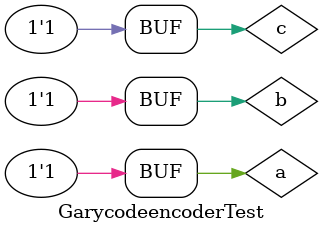
<source format=v>
`timescale 1ns / 1ps


module GarycodeencoderTest;

	// Inputs
	reg a;
	reg b;
	reg c;

	// Outputs
	wire w;
	wire x;
	wire y;

	// Instantiate the Unit Under Test (UUT)
	Garycodeencoder uut (
		.a(a), 
		.b(b), 
		.c(c), 
		.w(w), 
		.x(x), 
		.y(y)
	);

	initial begin
		// Initialize Inputs
		a = 0;
		b = 0;
		c = 0;

		// Wait 100 ns for global reset to finish
		#100;
		
		// Add stimulus here

		a = 0;
		b = 0;
		c = 1;
		
		#100;
		
		a = 0;
		b = 1;
		c = 0;
		
		#100;
		
		a = 0;
		b = 1;
		c = 1;
		
		#100;
		
		a = 1;
		b = 0;
		c = 0;
		
		#100;
		
		a = 1;
		b = 0;
		c = 1;
		
		#100;
		
		a = 1;
		b = 1;
		c = 0;
		
		#100;
		
		a = 1;
		b = 1;
		c = 1;
		
		#100;

	end
      
endmodule


</source>
